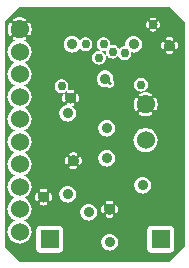
<source format=gbr>
G04 start of page 4 for group 2 idx 2 *
G04 Title: (unknown), signal2 *
G04 Creator: pcb 1.99z *
G04 CreationDate: Mon 31 Mar 2014 04:05:31 PM GMT UTC *
G04 For: ben *
G04 Format: Gerber/RS-274X *
G04 PCB-Dimensions (mil): 6000.00 5000.00 *
G04 PCB-Coordinate-Origin: lower left *
%MOIN*%
%FSLAX25Y25*%
%LNGROUP2*%
%ADD43C,0.0380*%
%ADD42C,0.0350*%
%ADD41C,0.0130*%
%ADD40C,0.0200*%
%ADD39C,0.0300*%
%ADD38C,0.0360*%
%ADD37C,0.0600*%
%ADD36C,0.0100*%
%ADD35C,0.0001*%
G54D35*G36*
X197230Y485270D02*X200000Y482500D01*
Y407500D01*
X197230Y404730D01*
Y473214D01*
X197298Y473228D01*
X197371Y473255D01*
X197440Y473294D01*
X197502Y473343D01*
X197555Y473401D01*
X197598Y473466D01*
X197630Y473538D01*
X197706Y473771D01*
X197760Y474011D01*
X197792Y474255D01*
X197803Y474500D01*
X197792Y474745D01*
X197760Y474989D01*
X197706Y475229D01*
X197632Y475463D01*
X197600Y475535D01*
X197556Y475600D01*
X197503Y475659D01*
X197441Y475708D01*
X197372Y475746D01*
X197298Y475774D01*
X197230Y475788D01*
Y485270D01*
G37*
G36*
X195001Y487499D02*X197230Y485270D01*
Y475788D01*
X197221Y475790D01*
X197142Y475793D01*
X197063Y475784D01*
X196987Y475763D01*
X196915Y475730D01*
X196850Y475686D01*
X196791Y475633D01*
X196742Y475571D01*
X196704Y475502D01*
X196676Y475428D01*
X196660Y475351D01*
X196657Y475272D01*
X196666Y475193D01*
X196689Y475118D01*
X196738Y474968D01*
X196772Y474814D01*
X196793Y474658D01*
X196800Y474500D01*
X196793Y474342D01*
X196772Y474186D01*
X196738Y474032D01*
X196690Y473882D01*
X196668Y473806D01*
X196659Y473728D01*
X196662Y473650D01*
X196678Y473573D01*
X196705Y473499D01*
X196744Y473430D01*
X196793Y473369D01*
X196851Y473315D01*
X196916Y473272D01*
X196988Y473239D01*
X197064Y473218D01*
X197142Y473209D01*
X197220Y473212D01*
X197230Y473214D01*
Y404730D01*
X195001Y402501D01*
Y405513D01*
X195235Y405514D01*
X195465Y405569D01*
X195683Y405659D01*
X195884Y405783D01*
X196064Y405936D01*
X196217Y406116D01*
X196341Y406317D01*
X196431Y406535D01*
X196486Y406765D01*
X196500Y407000D01*
X196486Y413235D01*
X196431Y413465D01*
X196341Y413683D01*
X196217Y413884D01*
X196064Y414064D01*
X195884Y414217D01*
X195683Y414341D01*
X195465Y414431D01*
X195235Y414486D01*
X195001Y414500D01*
Y471697D01*
X195245Y471708D01*
X195489Y471740D01*
X195729Y471794D01*
X195963Y471868D01*
X196035Y471900D01*
X196100Y471944D01*
X196159Y471997D01*
X196208Y472059D01*
X196246Y472128D01*
X196274Y472202D01*
X196290Y472279D01*
X196293Y472358D01*
X196284Y472437D01*
X196263Y472513D01*
X196230Y472585D01*
X196186Y472650D01*
X196133Y472709D01*
X196071Y472758D01*
X196002Y472796D01*
X195928Y472824D01*
X195851Y472840D01*
X195772Y472843D01*
X195693Y472834D01*
X195618Y472811D01*
X195468Y472762D01*
X195314Y472728D01*
X195158Y472707D01*
X195001Y472700D01*
Y476300D01*
X195158Y476293D01*
X195314Y476272D01*
X195468Y476238D01*
X195618Y476190D01*
X195694Y476168D01*
X195772Y476159D01*
X195850Y476162D01*
X195927Y476178D01*
X196001Y476205D01*
X196070Y476244D01*
X196131Y476293D01*
X196185Y476351D01*
X196228Y476416D01*
X196261Y476488D01*
X196282Y476564D01*
X196291Y476642D01*
X196288Y476720D01*
X196272Y476798D01*
X196245Y476871D01*
X196206Y476940D01*
X196157Y477002D01*
X196099Y477055D01*
X196034Y477098D01*
X195962Y477130D01*
X195729Y477206D01*
X195489Y477260D01*
X195245Y477292D01*
X195001Y477303D01*
Y487499D01*
G37*
G36*
Y402501D02*X195000Y402500D01*
X191338D01*
Y405505D01*
X195001Y405513D01*
Y402501D01*
G37*
G36*
X192770Y487500D02*X195000D01*
X195001Y487499D01*
Y477303D01*
X195000Y477303D01*
X194755Y477292D01*
X194511Y477260D01*
X194271Y477206D01*
X194037Y477132D01*
X193965Y477100D01*
X193900Y477056D01*
X193841Y477003D01*
X193792Y476941D01*
X193754Y476872D01*
X193726Y476798D01*
X193710Y476721D01*
X193707Y476642D01*
X193716Y476563D01*
X193737Y476487D01*
X193770Y476415D01*
X193814Y476350D01*
X193867Y476291D01*
X193929Y476242D01*
X193998Y476204D01*
X194072Y476176D01*
X194149Y476160D01*
X194228Y476157D01*
X194307Y476166D01*
X194382Y476189D01*
X194532Y476238D01*
X194686Y476272D01*
X194842Y476293D01*
X195000Y476300D01*
X195001Y476300D01*
Y472700D01*
X195000Y472700D01*
X194842Y472707D01*
X194686Y472728D01*
X194532Y472762D01*
X194382Y472810D01*
X194306Y472832D01*
X194228Y472841D01*
X194150Y472838D01*
X194073Y472822D01*
X193999Y472795D01*
X193930Y472756D01*
X193869Y472707D01*
X193815Y472649D01*
X193772Y472584D01*
X193739Y472512D01*
X193718Y472436D01*
X193709Y472358D01*
X193712Y472280D01*
X193728Y472202D01*
X193755Y472129D01*
X193794Y472060D01*
X193843Y471998D01*
X193901Y471945D01*
X193966Y471902D01*
X194038Y471870D01*
X194271Y471794D01*
X194511Y471740D01*
X194755Y471708D01*
X195000Y471697D01*
X195001Y471697D01*
Y414500D01*
X195000Y414500D01*
X192770Y414495D01*
Y473212D01*
X192779Y473210D01*
X192858Y473207D01*
X192937Y473216D01*
X193013Y473237D01*
X193085Y473270D01*
X193150Y473314D01*
X193209Y473367D01*
X193258Y473429D01*
X193296Y473498D01*
X193324Y473572D01*
X193340Y473649D01*
X193343Y473728D01*
X193334Y473807D01*
X193311Y473882D01*
X193262Y474032D01*
X193228Y474186D01*
X193207Y474342D01*
X193200Y474500D01*
X193207Y474658D01*
X193228Y474814D01*
X193262Y474968D01*
X193310Y475118D01*
X193332Y475194D01*
X193341Y475272D01*
X193338Y475350D01*
X193322Y475427D01*
X193295Y475501D01*
X193256Y475570D01*
X193207Y475631D01*
X193149Y475685D01*
X193084Y475728D01*
X193012Y475761D01*
X192936Y475782D01*
X192858Y475791D01*
X192780Y475788D01*
X192770Y475786D01*
Y487500D01*
G37*
G36*
X191338D02*X192770D01*
Y475786D01*
X192702Y475772D01*
X192629Y475745D01*
X192560Y475706D01*
X192498Y475657D01*
X192445Y475599D01*
X192402Y475534D01*
X192370Y475462D01*
X192294Y475229D01*
X192240Y474989D01*
X192208Y474745D01*
X192197Y474500D01*
X192208Y474255D01*
X192240Y474011D01*
X192294Y473771D01*
X192368Y473537D01*
X192400Y473465D01*
X192444Y473400D01*
X192497Y473341D01*
X192559Y473292D01*
X192628Y473254D01*
X192702Y473226D01*
X192770Y473212D01*
Y414495D01*
X191338Y414492D01*
Y480428D01*
X191380Y480436D01*
X191439Y480457D01*
X191495Y480487D01*
X191544Y480525D01*
X191588Y480571D01*
X191623Y480623D01*
X191649Y480680D01*
X191717Y480879D01*
X191764Y481083D01*
X191793Y481291D01*
X191802Y481500D01*
X191793Y481709D01*
X191764Y481917D01*
X191717Y482121D01*
X191651Y482320D01*
X191625Y482378D01*
X191589Y482430D01*
X191545Y482476D01*
X191495Y482514D01*
X191440Y482545D01*
X191380Y482566D01*
X191338Y482574D01*
Y487500D01*
G37*
G36*
Y402500D02*X190284D01*
Y405503D01*
X191338Y405505D01*
Y402500D01*
G37*
G36*
X190284Y487500D02*X191338D01*
Y482574D01*
X191318Y482578D01*
X191255Y482579D01*
X191192Y482571D01*
X191132Y482553D01*
X191075Y482526D01*
X191022Y482491D01*
X190977Y482447D01*
X190938Y482397D01*
X190908Y482342D01*
X190886Y482282D01*
X190875Y482220D01*
X190873Y482157D01*
X190881Y482094D01*
X190900Y482034D01*
X190944Y481905D01*
X190975Y481772D01*
X190994Y481636D01*
X191000Y481500D01*
X190994Y481364D01*
X190975Y481228D01*
X190944Y481095D01*
X190902Y480965D01*
X190883Y480906D01*
X190875Y480843D01*
X190876Y480780D01*
X190888Y480718D01*
X190909Y480659D01*
X190939Y480604D01*
X190978Y480554D01*
X191023Y480511D01*
X191075Y480475D01*
X191132Y480448D01*
X191193Y480430D01*
X191255Y480422D01*
X191318Y480424D01*
X191338Y480428D01*
Y414492D01*
X190284Y414489D01*
Y440703D01*
X190575Y441178D01*
X190816Y441760D01*
X190963Y442372D01*
X191000Y443000D01*
X190963Y443628D01*
X190816Y444240D01*
X190575Y444822D01*
X190284Y445297D01*
Y452869D01*
X190287Y452870D01*
X190355Y452909D01*
X190416Y452958D01*
X190469Y453017D01*
X190511Y453083D01*
X190674Y453408D01*
X190803Y453748D01*
X190901Y454098D01*
X190967Y454456D01*
X191000Y454818D01*
Y455182D01*
X190967Y455544D01*
X190901Y455902D01*
X190803Y456252D01*
X190674Y456592D01*
X190515Y456919D01*
X190472Y456985D01*
X190419Y457044D01*
X190357Y457094D01*
X190288Y457133D01*
X190284Y457135D01*
Y479337D01*
X190320Y479349D01*
X190378Y479375D01*
X190430Y479411D01*
X190476Y479455D01*
X190514Y479505D01*
X190545Y479560D01*
X190566Y479620D01*
X190578Y479682D01*
X190579Y479745D01*
X190571Y479808D01*
X190553Y479868D01*
X190526Y479925D01*
X190491Y479978D01*
X190447Y480023D01*
X190397Y480062D01*
X190342Y480092D01*
X190284Y480113D01*
Y482889D01*
X190341Y482909D01*
X190396Y482939D01*
X190446Y482978D01*
X190489Y483023D01*
X190525Y483075D01*
X190552Y483132D01*
X190570Y483193D01*
X190578Y483255D01*
X190576Y483318D01*
X190564Y483380D01*
X190543Y483439D01*
X190513Y483495D01*
X190475Y483544D01*
X190429Y483588D01*
X190377Y483623D01*
X190320Y483649D01*
X190284Y483661D01*
Y487500D01*
G37*
G36*
Y402500D02*X185496D01*
Y425241D01*
X185561Y425226D01*
X186000Y425191D01*
X186439Y425226D01*
X186868Y425329D01*
X187275Y425497D01*
X187651Y425728D01*
X187986Y426014D01*
X188272Y426349D01*
X188503Y426725D01*
X188671Y427132D01*
X188774Y427561D01*
X188800Y428000D01*
X188774Y428439D01*
X188671Y428868D01*
X188503Y429275D01*
X188272Y429651D01*
X187986Y429986D01*
X187651Y430272D01*
X187275Y430503D01*
X186868Y430671D01*
X186439Y430774D01*
X186000Y430809D01*
X185561Y430774D01*
X185496Y430759D01*
Y439293D01*
X185760Y439184D01*
X186372Y439037D01*
X187000Y438988D01*
X187628Y439037D01*
X188240Y439184D01*
X188822Y439425D01*
X189358Y439754D01*
X189837Y440163D01*
X190246Y440642D01*
X190284Y440703D01*
Y414489D01*
X188765Y414486D01*
X188535Y414431D01*
X188317Y414341D01*
X188116Y414217D01*
X187936Y414064D01*
X187783Y413884D01*
X187659Y413683D01*
X187569Y413465D01*
X187514Y413235D01*
X187500Y413000D01*
X187514Y406765D01*
X187569Y406535D01*
X187659Y406317D01*
X187783Y406116D01*
X187936Y405936D01*
X188116Y405783D01*
X188317Y405659D01*
X188535Y405569D01*
X188765Y405514D01*
X189000Y405500D01*
X190284Y405503D01*
Y402500D01*
G37*
G36*
X187662Y487500D02*X190284D01*
Y483661D01*
X190121Y483717D01*
X189917Y483764D01*
X189709Y483793D01*
X189500Y483802D01*
X189291Y483793D01*
X189083Y483764D01*
X188879Y483717D01*
X188680Y483651D01*
X188622Y483625D01*
X188570Y483589D01*
X188524Y483545D01*
X188486Y483495D01*
X188455Y483440D01*
X188434Y483380D01*
X188422Y483318D01*
X188421Y483255D01*
X188429Y483192D01*
X188447Y483132D01*
X188474Y483075D01*
X188509Y483022D01*
X188553Y482977D01*
X188603Y482938D01*
X188658Y482908D01*
X188718Y482886D01*
X188780Y482875D01*
X188843Y482873D01*
X188906Y482881D01*
X188966Y482900D01*
X189095Y482944D01*
X189228Y482975D01*
X189364Y482994D01*
X189500Y483000D01*
X189636Y482994D01*
X189772Y482975D01*
X189905Y482944D01*
X190035Y482902D01*
X190094Y482883D01*
X190157Y482875D01*
X190220Y482876D01*
X190282Y482888D01*
X190284Y482889D01*
Y480113D01*
X190282Y480114D01*
X190220Y480125D01*
X190157Y480127D01*
X190094Y480119D01*
X190034Y480100D01*
X189905Y480056D01*
X189772Y480025D01*
X189636Y480006D01*
X189500Y480000D01*
X189364Y480006D01*
X189228Y480025D01*
X189095Y480056D01*
X188965Y480098D01*
X188906Y480117D01*
X188843Y480125D01*
X188780Y480124D01*
X188718Y480112D01*
X188659Y480091D01*
X188604Y480061D01*
X188554Y480022D01*
X188511Y479977D01*
X188475Y479925D01*
X188448Y479868D01*
X188430Y479807D01*
X188422Y479745D01*
X188424Y479682D01*
X188436Y479620D01*
X188457Y479561D01*
X188487Y479505D01*
X188525Y479456D01*
X188571Y479412D01*
X188623Y479377D01*
X188680Y479351D01*
X188879Y479283D01*
X189083Y479236D01*
X189291Y479207D01*
X189500Y479198D01*
X189709Y479207D01*
X189917Y479236D01*
X190121Y479283D01*
X190284Y479337D01*
Y457135D01*
X190214Y457161D01*
X190137Y457177D01*
X190058Y457181D01*
X189979Y457173D01*
X189903Y457152D01*
X189830Y457120D01*
X189764Y457077D01*
X189705Y457024D01*
X189656Y456962D01*
X189616Y456893D01*
X189588Y456819D01*
X189572Y456742D01*
X189568Y456663D01*
X189576Y456584D01*
X189597Y456507D01*
X189630Y456436D01*
X189753Y456193D01*
X189850Y455938D01*
X189923Y455676D01*
X189972Y455408D01*
X189997Y455136D01*
Y454864D01*
X189972Y454592D01*
X189923Y454324D01*
X189850Y454062D01*
X189753Y453807D01*
X189633Y453563D01*
X189600Y453491D01*
X189579Y453416D01*
X189571Y453337D01*
X189575Y453259D01*
X189591Y453182D01*
X189619Y453108D01*
X189658Y453040D01*
X189707Y452979D01*
X189766Y452926D01*
X189832Y452883D01*
X189904Y452851D01*
X189980Y452830D01*
X190058Y452822D01*
X190136Y452826D01*
X190213Y452842D01*
X190284Y452869D01*
Y445297D01*
X190246Y445358D01*
X189837Y445837D01*
X189358Y446246D01*
X188822Y446575D01*
X188240Y446816D01*
X187662Y446955D01*
Y451055D01*
X187902Y451099D01*
X188252Y451197D01*
X188592Y451326D01*
X188919Y451485D01*
X188985Y451528D01*
X189044Y451581D01*
X189094Y451643D01*
X189133Y451712D01*
X189161Y451786D01*
X189177Y451863D01*
X189181Y451942D01*
X189173Y452021D01*
X189152Y452097D01*
X189120Y452170D01*
X189077Y452236D01*
X189024Y452295D01*
X188962Y452344D01*
X188893Y452384D01*
X188819Y452412D01*
X188742Y452428D01*
X188663Y452432D01*
X188584Y452424D01*
X188507Y452403D01*
X188436Y452370D01*
X188193Y452247D01*
X187938Y452150D01*
X187676Y452077D01*
X187662Y452075D01*
Y457925D01*
X187676Y457923D01*
X187938Y457850D01*
X188193Y457753D01*
X188437Y457633D01*
X188509Y457600D01*
X188584Y457579D01*
X188663Y457571D01*
X188741Y457575D01*
X188818Y457591D01*
X188892Y457619D01*
X188960Y457658D01*
X189021Y457707D01*
X189074Y457766D01*
X189117Y457832D01*
X189149Y457904D01*
X189170Y457980D01*
X189178Y458058D01*
X189174Y458136D01*
X189158Y458213D01*
X189130Y458287D01*
X189091Y458355D01*
X189042Y458416D01*
X188983Y458469D01*
X188917Y458511D01*
X188592Y458674D01*
X188252Y458803D01*
X187902Y458901D01*
X187662Y458945D01*
Y460710D01*
X187694Y460787D01*
X187779Y461139D01*
X187800Y461500D01*
X187779Y461861D01*
X187694Y462213D01*
X187662Y462290D01*
Y480426D01*
X187682Y480422D01*
X187745Y480421D01*
X187808Y480429D01*
X187868Y480447D01*
X187925Y480474D01*
X187978Y480509D01*
X188023Y480553D01*
X188062Y480603D01*
X188092Y480658D01*
X188114Y480718D01*
X188125Y480780D01*
X188127Y480843D01*
X188119Y480906D01*
X188100Y480966D01*
X188056Y481095D01*
X188025Y481228D01*
X188006Y481364D01*
X188000Y481500D01*
X188006Y481636D01*
X188025Y481772D01*
X188056Y481905D01*
X188098Y482035D01*
X188117Y482094D01*
X188125Y482157D01*
X188124Y482220D01*
X188112Y482282D01*
X188091Y482341D01*
X188061Y482396D01*
X188022Y482446D01*
X187977Y482489D01*
X187925Y482525D01*
X187868Y482552D01*
X187807Y482570D01*
X187745Y482578D01*
X187682Y482576D01*
X187662Y482572D01*
Y487500D01*
G37*
G36*
Y458945D02*X187544Y458967D01*
X187182Y459000D01*
X186818D01*
X186456Y458967D01*
X186098Y458901D01*
X185748Y458803D01*
X185496Y458708D01*
Y459193D01*
X185500Y459193D01*
X185861Y459221D01*
X186213Y459306D01*
X186547Y459444D01*
X186856Y459634D01*
X187131Y459869D01*
X187366Y460144D01*
X187556Y460453D01*
X187662Y460710D01*
Y458945D01*
G37*
G36*
Y452075D02*X187408Y452028D01*
X187136Y452003D01*
X186864D01*
X186592Y452028D01*
X186324Y452077D01*
X186062Y452150D01*
X185807Y452247D01*
X185563Y452367D01*
X185496Y452398D01*
Y457599D01*
X185564Y457630D01*
X185807Y457753D01*
X186062Y457850D01*
X186324Y457923D01*
X186592Y457972D01*
X186864Y457997D01*
X187136D01*
X187408Y457972D01*
X187662Y457925D01*
Y452075D01*
G37*
G36*
Y446955D02*X187628Y446963D01*
X187000Y447012D01*
X186372Y446963D01*
X185760Y446816D01*
X185496Y446707D01*
Y451292D01*
X185748Y451197D01*
X186098Y451099D01*
X186456Y451033D01*
X186818Y451000D01*
X187182D01*
X187544Y451033D01*
X187662Y451055D01*
Y446955D01*
G37*
G36*
X185496Y487500D02*X187662D01*
Y482572D01*
X187620Y482564D01*
X187561Y482543D01*
X187505Y482513D01*
X187456Y482475D01*
X187412Y482429D01*
X187377Y482377D01*
X187351Y482320D01*
X187283Y482121D01*
X187236Y481917D01*
X187207Y481709D01*
X187198Y481500D01*
X187207Y481291D01*
X187236Y481083D01*
X187283Y480879D01*
X187349Y480680D01*
X187375Y480622D01*
X187411Y480570D01*
X187455Y480524D01*
X187505Y480486D01*
X187560Y480455D01*
X187620Y480434D01*
X187662Y480426D01*
Y462290D01*
X187556Y462547D01*
X187366Y462856D01*
X187131Y463131D01*
X186856Y463366D01*
X186547Y463556D01*
X186213Y463694D01*
X185861Y463779D01*
X185500Y463807D01*
X185496Y463807D01*
Y473715D01*
X185503Y473725D01*
X185671Y474132D01*
X185774Y474561D01*
X185800Y475000D01*
X185774Y475439D01*
X185671Y475868D01*
X185503Y476275D01*
X185496Y476285D01*
Y487500D01*
G37*
G36*
X183716Y440703D02*X183754Y440642D01*
X184163Y440163D01*
X184642Y439754D01*
X185178Y439425D01*
X185496Y439293D01*
Y430759D01*
X185132Y430671D01*
X184725Y430503D01*
X184349Y430272D01*
X184014Y429986D01*
X183728Y429651D01*
X183716Y429632D01*
Y440703D01*
G37*
G36*
Y460047D02*X183869Y459869D01*
X184144Y459634D01*
X184453Y459444D01*
X184787Y459306D01*
X185139Y459221D01*
X185496Y459193D01*
Y458708D01*
X185408Y458674D01*
X185081Y458515D01*
X185015Y458472D01*
X184956Y458419D01*
X184906Y458357D01*
X184867Y458288D01*
X184839Y458214D01*
X184823Y458137D01*
X184819Y458058D01*
X184827Y457979D01*
X184848Y457903D01*
X184880Y457830D01*
X184923Y457764D01*
X184976Y457705D01*
X185038Y457656D01*
X185107Y457616D01*
X185181Y457588D01*
X185258Y457572D01*
X185337Y457568D01*
X185416Y457576D01*
X185493Y457597D01*
X185496Y457599D01*
Y452398D01*
X185491Y452400D01*
X185415Y452421D01*
X185337Y452429D01*
X185259Y452425D01*
X185182Y452409D01*
X185108Y452381D01*
X185040Y452342D01*
X184979Y452293D01*
X184926Y452234D01*
X184883Y452168D01*
X184851Y452096D01*
X184830Y452020D01*
X184822Y451942D01*
X184826Y451864D01*
X184842Y451787D01*
X184870Y451713D01*
X184909Y451645D01*
X184958Y451584D01*
X185017Y451531D01*
X185083Y451489D01*
X185408Y451326D01*
X185496Y451292D01*
Y446707D01*
X185178Y446575D01*
X184642Y446246D01*
X184163Y445837D01*
X183754Y445358D01*
X183716Y445297D01*
Y452865D01*
X183786Y452839D01*
X183863Y452823D01*
X183942Y452819D01*
X184021Y452827D01*
X184097Y452848D01*
X184170Y452880D01*
X184236Y452923D01*
X184295Y452976D01*
X184344Y453038D01*
X184384Y453107D01*
X184412Y453181D01*
X184428Y453258D01*
X184432Y453337D01*
X184424Y453416D01*
X184403Y453493D01*
X184370Y453564D01*
X184247Y453807D01*
X184150Y454062D01*
X184077Y454324D01*
X184028Y454592D01*
X184003Y454864D01*
Y455136D01*
X184028Y455408D01*
X184077Y455676D01*
X184150Y455938D01*
X184247Y456193D01*
X184367Y456437D01*
X184400Y456509D01*
X184421Y456585D01*
X184429Y456663D01*
X184425Y456741D01*
X184409Y456818D01*
X184381Y456892D01*
X184342Y456960D01*
X184293Y457021D01*
X184234Y457074D01*
X184168Y457117D01*
X184096Y457149D01*
X184020Y457170D01*
X183942Y457178D01*
X183864Y457174D01*
X183787Y457158D01*
X183716Y457131D01*
Y460047D01*
G37*
G36*
Y472292D02*X183868Y472329D01*
X184275Y472497D01*
X184651Y472728D01*
X184986Y473014D01*
X185272Y473349D01*
X185496Y473715D01*
Y463807D01*
X185139Y463779D01*
X184787Y463694D01*
X184453Y463556D01*
X184144Y463366D01*
X183869Y463131D01*
X183716Y462953D01*
Y472292D01*
G37*
G36*
X185496Y402500D02*X183716D01*
Y426368D01*
X183728Y426349D01*
X184014Y426014D01*
X184349Y425728D01*
X184725Y425497D01*
X185132Y425329D01*
X185496Y425241D01*
Y402500D01*
G37*
G36*
X183716D02*X177230D01*
Y407300D01*
X177272Y407349D01*
X177503Y407725D01*
X177671Y408132D01*
X177774Y408561D01*
X177800Y409000D01*
X177774Y409439D01*
X177671Y409868D01*
X177503Y410275D01*
X177272Y410651D01*
X177230Y410700D01*
Y418667D01*
X177298Y418680D01*
X177371Y418708D01*
X177440Y418747D01*
X177502Y418795D01*
X177555Y418853D01*
X177598Y418919D01*
X177630Y418991D01*
X177706Y419224D01*
X177760Y419464D01*
X177792Y419707D01*
X177803Y419953D01*
X177792Y420198D01*
X177760Y420442D01*
X177706Y420681D01*
X177632Y420915D01*
X177600Y420987D01*
X177556Y421053D01*
X177503Y421111D01*
X177441Y421160D01*
X177372Y421199D01*
X177298Y421227D01*
X177230Y421240D01*
Y470556D01*
X177356Y470634D01*
X177631Y470869D01*
X177866Y471143D01*
X177944Y470953D01*
X178134Y470644D01*
X178369Y470369D01*
X178644Y470134D01*
X178953Y469944D01*
X179287Y469806D01*
X179639Y469721D01*
X180000Y469693D01*
X180361Y469721D01*
X180713Y469806D01*
X181047Y469944D01*
X181356Y470134D01*
X181631Y470369D01*
X181866Y470644D01*
X182056Y470953D01*
X182194Y471287D01*
X182279Y471639D01*
X182300Y472000D01*
X182283Y472293D01*
X182561Y472226D01*
X183000Y472191D01*
X183439Y472226D01*
X183716Y472292D01*
Y462953D01*
X183634Y462856D01*
X183444Y462547D01*
X183306Y462213D01*
X183221Y461861D01*
X183193Y461500D01*
X183221Y461139D01*
X183306Y460787D01*
X183444Y460453D01*
X183634Y460144D01*
X183716Y460047D01*
Y457131D01*
X183713Y457130D01*
X183645Y457091D01*
X183584Y457042D01*
X183531Y456983D01*
X183489Y456917D01*
X183326Y456592D01*
X183197Y456252D01*
X183099Y455902D01*
X183033Y455544D01*
X183000Y455182D01*
Y454818D01*
X183033Y454456D01*
X183099Y454098D01*
X183197Y453748D01*
X183326Y453408D01*
X183485Y453081D01*
X183528Y453015D01*
X183581Y452956D01*
X183643Y452906D01*
X183712Y452867D01*
X183716Y452865D01*
Y445297D01*
X183425Y444822D01*
X183184Y444240D01*
X183037Y443628D01*
X182988Y443000D01*
X183037Y442372D01*
X183184Y441760D01*
X183425Y441178D01*
X183716Y440703D01*
Y429632D01*
X183497Y429275D01*
X183329Y428868D01*
X183226Y428439D01*
X183191Y428000D01*
X183226Y427561D01*
X183329Y427132D01*
X183497Y426725D01*
X183716Y426368D01*
Y402500D01*
G37*
G36*
X177230Y410700D02*X176986Y410986D01*
X176651Y411272D01*
X176275Y411503D01*
X175868Y411671D01*
X175439Y411774D01*
X175001Y411809D01*
Y417150D01*
X175245Y417161D01*
X175489Y417193D01*
X175729Y417246D01*
X175963Y417321D01*
X176035Y417353D01*
X176100Y417397D01*
X176159Y417450D01*
X176208Y417512D01*
X176246Y417581D01*
X176274Y417655D01*
X176290Y417732D01*
X176293Y417811D01*
X176284Y417889D01*
X176263Y417966D01*
X176230Y418037D01*
X176186Y418103D01*
X176133Y418161D01*
X176071Y418210D01*
X176002Y418249D01*
X175928Y418277D01*
X175851Y418292D01*
X175772Y418296D01*
X175693Y418287D01*
X175618Y418264D01*
X175468Y418215D01*
X175314Y418180D01*
X175158Y418160D01*
X175001Y418153D01*
Y421753D01*
X175158Y421746D01*
X175314Y421725D01*
X175468Y421691D01*
X175618Y421643D01*
X175694Y421621D01*
X175772Y421612D01*
X175850Y421615D01*
X175927Y421631D01*
X176001Y421658D01*
X176070Y421697D01*
X176131Y421746D01*
X176185Y421803D01*
X176228Y421869D01*
X176261Y421941D01*
X176282Y422016D01*
X176291Y422095D01*
X176288Y422173D01*
X176272Y422250D01*
X176245Y422324D01*
X176206Y422393D01*
X176157Y422454D01*
X176099Y422508D01*
X176034Y422551D01*
X175962Y422582D01*
X175729Y422659D01*
X175489Y422712D01*
X175245Y422745D01*
X175001Y422755D01*
Y434384D01*
X175275Y434497D01*
X175651Y434728D01*
X175986Y435014D01*
X176272Y435349D01*
X176503Y435725D01*
X176671Y436132D01*
X176774Y436561D01*
X176800Y437000D01*
X176774Y437439D01*
X176671Y437868D01*
X176503Y438275D01*
X176272Y438651D01*
X175986Y438986D01*
X175651Y439272D01*
X175275Y439503D01*
X175001Y439616D01*
Y444384D01*
X175275Y444497D01*
X175651Y444728D01*
X175986Y445014D01*
X176272Y445349D01*
X176503Y445725D01*
X176671Y446132D01*
X176774Y446561D01*
X176800Y447000D01*
X176774Y447439D01*
X176671Y447868D01*
X176503Y448275D01*
X176272Y448651D01*
X175986Y448986D01*
X175651Y449272D01*
X175275Y449503D01*
X175001Y449616D01*
Y460495D01*
X175235Y460514D01*
X175465Y460569D01*
X175683Y460659D01*
X175884Y460783D01*
X176064Y460936D01*
X176217Y461116D01*
X176341Y461317D01*
X176431Y461535D01*
X176486Y461765D01*
X176505Y462000D01*
X176486Y462235D01*
X176431Y462465D01*
X176341Y462683D01*
X176228Y462867D01*
X176274Y463061D01*
X176300Y463500D01*
X176274Y463939D01*
X176171Y464368D01*
X176003Y464775D01*
X175772Y465151D01*
X175486Y465486D01*
X175151Y465772D01*
X175001Y465864D01*
Y470424D01*
X175287Y470306D01*
X175639Y470221D01*
X176000Y470193D01*
X176361Y470221D01*
X176713Y470306D01*
X177047Y470444D01*
X177230Y470556D01*
Y421240D01*
X177221Y421242D01*
X177142Y421246D01*
X177063Y421237D01*
X176987Y421215D01*
X176915Y421183D01*
X176850Y421139D01*
X176791Y421085D01*
X176742Y421024D01*
X176704Y420955D01*
X176676Y420881D01*
X176660Y420803D01*
X176657Y420724D01*
X176666Y420646D01*
X176689Y420570D01*
X176738Y420421D01*
X176772Y420267D01*
X176793Y420110D01*
X176800Y419953D01*
X176793Y419795D01*
X176772Y419639D01*
X176738Y419485D01*
X176690Y419334D01*
X176668Y419259D01*
X176659Y419181D01*
X176662Y419102D01*
X176678Y419025D01*
X176705Y418952D01*
X176744Y418883D01*
X176793Y418821D01*
X176851Y418768D01*
X176916Y418724D01*
X176988Y418692D01*
X177064Y418671D01*
X177142Y418662D01*
X177220Y418665D01*
X177230Y418667D01*
Y410700D01*
G37*
G36*
Y402500D02*X175001D01*
Y406191D01*
X175439Y406226D01*
X175868Y406329D01*
X176275Y406497D01*
X176651Y406728D01*
X176986Y407014D01*
X177230Y407300D01*
Y402500D01*
G37*
G36*
X175001Y465864D02*X174775Y466003D01*
X174368Y466171D01*
X173939Y466274D01*
X173598Y466301D01*
Y469555D01*
X173694Y469787D01*
X173779Y470139D01*
X173800Y470500D01*
X173779Y470861D01*
X173694Y471213D01*
X173598Y471445D01*
Y472778D01*
X173713Y472806D01*
X173717Y472808D01*
X173693Y472500D01*
X173721Y472139D01*
X173806Y471787D01*
X173944Y471453D01*
X174134Y471144D01*
X174369Y470869D01*
X174644Y470634D01*
X174953Y470444D01*
X175001Y470424D01*
Y465864D01*
G37*
G36*
Y449616D02*X174868Y449671D01*
X174439Y449774D01*
X174000Y449809D01*
X173598Y449777D01*
Y460699D01*
X173939Y460726D01*
X174133Y460772D01*
X174317Y460659D01*
X174535Y460569D01*
X174765Y460514D01*
X175000Y460495D01*
X175001Y460495D01*
Y449616D01*
G37*
G36*
Y439616D02*X174868Y439671D01*
X174439Y439774D01*
X174000Y439809D01*
X173598Y439777D01*
Y444223D01*
X174000Y444191D01*
X174439Y444226D01*
X174868Y444329D01*
X175001Y444384D01*
Y439616D01*
G37*
G36*
Y411809D02*X175000Y411809D01*
X174561Y411774D01*
X174132Y411671D01*
X173725Y411503D01*
X173598Y411425D01*
Y434223D01*
X174000Y434191D01*
X174439Y434226D01*
X174868Y434329D01*
X175001Y434384D01*
Y422755D01*
X175000Y422755D01*
X174755Y422745D01*
X174511Y422712D01*
X174271Y422659D01*
X174037Y422585D01*
X173965Y422553D01*
X173900Y422509D01*
X173841Y422455D01*
X173792Y422394D01*
X173754Y422325D01*
X173726Y422251D01*
X173710Y422173D01*
X173707Y422094D01*
X173716Y422016D01*
X173737Y421940D01*
X173770Y421868D01*
X173814Y421802D01*
X173867Y421744D01*
X173929Y421695D01*
X173998Y421656D01*
X174072Y421629D01*
X174149Y421613D01*
X174228Y421610D01*
X174307Y421619D01*
X174382Y421642D01*
X174532Y421691D01*
X174686Y421725D01*
X174842Y421746D01*
X175000Y421753D01*
X175001Y421753D01*
Y418153D01*
X175000Y418153D01*
X174842Y418160D01*
X174686Y418180D01*
X174532Y418215D01*
X174382Y418262D01*
X174306Y418285D01*
X174228Y418294D01*
X174150Y418291D01*
X174073Y418275D01*
X173999Y418248D01*
X173930Y418209D01*
X173869Y418160D01*
X173815Y418102D01*
X173772Y418037D01*
X173739Y417965D01*
X173718Y417889D01*
X173709Y417811D01*
X173712Y417732D01*
X173728Y417655D01*
X173755Y417581D01*
X173794Y417513D01*
X173843Y417451D01*
X173901Y417398D01*
X173966Y417354D01*
X174038Y417323D01*
X174271Y417246D01*
X174511Y417193D01*
X174755Y417161D01*
X175000Y417150D01*
X175001Y417150D01*
Y411809D01*
G37*
G36*
Y402500D02*X173598D01*
Y406575D01*
X173725Y406497D01*
X174132Y406329D01*
X174561Y406226D01*
X175000Y406191D01*
X175001Y406191D01*
Y402500D01*
G37*
G36*
X173598Y487500D02*X185496D01*
Y476285D01*
X185272Y476651D01*
X184986Y476986D01*
X184651Y477272D01*
X184275Y477503D01*
X183868Y477671D01*
X183439Y477774D01*
X183000Y477809D01*
X182561Y477774D01*
X182132Y477671D01*
X181725Y477503D01*
X181349Y477272D01*
X181014Y476986D01*
X180728Y476651D01*
X180497Y476275D01*
X180329Y475868D01*
X180226Y475439D01*
X180191Y475000D01*
X180226Y474561D01*
X180292Y474284D01*
X180000Y474307D01*
X179639Y474279D01*
X179287Y474194D01*
X178953Y474056D01*
X178644Y473866D01*
X178369Y473631D01*
X178134Y473357D01*
X178056Y473547D01*
X177866Y473856D01*
X177631Y474131D01*
X177356Y474366D01*
X177047Y474556D01*
X176713Y474694D01*
X176361Y474779D01*
X176000Y474807D01*
X175639Y474779D01*
X175287Y474694D01*
X175282Y474692D01*
X175300Y475000D01*
X175279Y475361D01*
X175194Y475713D01*
X175056Y476047D01*
X174866Y476356D01*
X174631Y476631D01*
X174356Y476866D01*
X174047Y477056D01*
X173713Y477194D01*
X173598Y477222D01*
Y487500D01*
G37*
G36*
X172770Y407300D02*X173014Y407014D01*
X173349Y406728D01*
X173598Y406575D01*
Y402500D01*
X172770D01*
Y407300D01*
G37*
G36*
Y434479D02*X173132Y434329D01*
X173561Y434226D01*
X173598Y434223D01*
Y411425D01*
X173349Y411272D01*
X173014Y410986D01*
X172770Y410700D01*
Y418665D01*
X172779Y418663D01*
X172858Y418660D01*
X172937Y418669D01*
X173013Y418690D01*
X173085Y418723D01*
X173150Y418767D01*
X173209Y418820D01*
X173258Y418882D01*
X173296Y418951D01*
X173324Y419025D01*
X173340Y419102D01*
X173343Y419181D01*
X173334Y419260D01*
X173311Y419335D01*
X173262Y419485D01*
X173228Y419639D01*
X173207Y419795D01*
X173200Y419953D01*
X173207Y420110D01*
X173228Y420267D01*
X173262Y420421D01*
X173310Y420571D01*
X173332Y420646D01*
X173341Y420724D01*
X173338Y420803D01*
X173322Y420880D01*
X173295Y420954D01*
X173256Y421023D01*
X173207Y421084D01*
X173149Y421137D01*
X173084Y421181D01*
X173012Y421214D01*
X172936Y421235D01*
X172858Y421244D01*
X172780Y421241D01*
X172770Y421239D01*
Y434479D01*
G37*
G36*
Y444479D02*X173132Y444329D01*
X173561Y444226D01*
X173598Y444223D01*
Y439777D01*
X173561Y439774D01*
X173132Y439671D01*
X172770Y439521D01*
Y444479D01*
G37*
G36*
Y460796D02*X173061Y460726D01*
X173500Y460691D01*
X173598Y460699D01*
Y449777D01*
X173561Y449774D01*
X173132Y449671D01*
X172770Y449521D01*
Y460796D01*
G37*
G36*
Y468581D02*X172856Y468634D01*
X173131Y468869D01*
X173366Y469144D01*
X173556Y469453D01*
X173598Y469555D01*
Y466301D01*
X173500Y466309D01*
X173061Y466274D01*
X172770Y466204D01*
Y468581D01*
G37*
G36*
Y472711D02*X173000Y472693D01*
X173361Y472721D01*
X173598Y472778D01*
Y471445D01*
X173556Y471547D01*
X173366Y471856D01*
X173131Y472131D01*
X172856Y472366D01*
X172770Y472419D01*
Y472711D01*
G37*
G36*
Y487500D02*X173598D01*
Y477222D01*
X173361Y477279D01*
X173000Y477307D01*
X172770Y477289D01*
Y487500D01*
G37*
G36*
X167996D02*X172770D01*
Y477289D01*
X172639Y477279D01*
X172287Y477194D01*
X171953Y477056D01*
X171644Y476866D01*
X171369Y476631D01*
X171134Y476356D01*
X170944Y476047D01*
X170806Y475713D01*
X170721Y475361D01*
X170693Y475000D01*
X170721Y474639D01*
X170806Y474287D01*
X170944Y473953D01*
X171134Y473644D01*
X171369Y473369D01*
X171644Y473134D01*
X171953Y472944D01*
X172287Y472806D01*
X172639Y472721D01*
X172770Y472711D01*
Y472419D01*
X172547Y472556D01*
X172213Y472694D01*
X171861Y472779D01*
X171500Y472807D01*
X171139Y472779D01*
X170787Y472694D01*
X170453Y472556D01*
X170144Y472366D01*
X169869Y472131D01*
X169634Y471856D01*
X169444Y471547D01*
X169306Y471213D01*
X169221Y470861D01*
X169193Y470500D01*
X169221Y470139D01*
X169306Y469787D01*
X169444Y469453D01*
X169634Y469144D01*
X169869Y468869D01*
X170144Y468634D01*
X170453Y468444D01*
X170787Y468306D01*
X171139Y468221D01*
X171500Y468193D01*
X171861Y468221D01*
X172213Y468306D01*
X172547Y468444D01*
X172770Y468581D01*
Y466204D01*
X172632Y466171D01*
X172225Y466003D01*
X171849Y465772D01*
X171514Y465486D01*
X171228Y465151D01*
X170997Y464775D01*
X170829Y464368D01*
X170726Y463939D01*
X170691Y463500D01*
X170726Y463061D01*
X170829Y462632D01*
X170997Y462225D01*
X171228Y461849D01*
X171514Y461514D01*
X171849Y461228D01*
X172225Y460997D01*
X172632Y460829D01*
X172770Y460796D01*
Y449521D01*
X172725Y449503D01*
X172349Y449272D01*
X172014Y448986D01*
X171728Y448651D01*
X171497Y448275D01*
X171329Y447868D01*
X171226Y447439D01*
X171191Y447000D01*
X171226Y446561D01*
X171329Y446132D01*
X171497Y445725D01*
X171728Y445349D01*
X172014Y445014D01*
X172349Y444728D01*
X172725Y444497D01*
X172770Y444479D01*
Y439521D01*
X172725Y439503D01*
X172349Y439272D01*
X172014Y438986D01*
X171728Y438651D01*
X171497Y438275D01*
X171329Y437868D01*
X171226Y437439D01*
X171191Y437000D01*
X171226Y436561D01*
X171329Y436132D01*
X171497Y435725D01*
X171728Y435349D01*
X172014Y435014D01*
X172349Y434728D01*
X172725Y434497D01*
X172770Y434479D01*
Y421239D01*
X172702Y421225D01*
X172629Y421198D01*
X172560Y421159D01*
X172498Y421110D01*
X172445Y421052D01*
X172402Y420987D01*
X172370Y420914D01*
X172294Y420681D01*
X172240Y420442D01*
X172208Y420198D01*
X172197Y419953D01*
X172208Y419707D01*
X172240Y419464D01*
X172294Y419224D01*
X172368Y418990D01*
X172400Y418918D01*
X172444Y418852D01*
X172497Y418794D01*
X172559Y418745D01*
X172628Y418706D01*
X172702Y418679D01*
X172770Y418665D01*
Y410700D01*
X172728Y410651D01*
X172497Y410275D01*
X172329Y409868D01*
X172226Y409439D01*
X172191Y409000D01*
X172226Y408561D01*
X172329Y408132D01*
X172497Y407725D01*
X172728Y407349D01*
X172770Y407300D01*
Y402500D01*
X167996D01*
Y416192D01*
X168000Y416191D01*
X168439Y416226D01*
X168868Y416329D01*
X169275Y416497D01*
X169651Y416728D01*
X169986Y417014D01*
X170272Y417349D01*
X170503Y417725D01*
X170671Y418132D01*
X170774Y418561D01*
X170800Y419000D01*
X170774Y419439D01*
X170671Y419868D01*
X170503Y420275D01*
X170272Y420651D01*
X169986Y420986D01*
X169651Y421272D01*
X169275Y421503D01*
X168868Y421671D01*
X168439Y421774D01*
X168000Y421809D01*
X167996Y421808D01*
Y472923D01*
X168047Y472944D01*
X168356Y473134D01*
X168631Y473369D01*
X168866Y473644D01*
X169056Y473953D01*
X169194Y474287D01*
X169279Y474639D01*
X169300Y475000D01*
X169279Y475361D01*
X169194Y475713D01*
X169056Y476047D01*
X168866Y476356D01*
X168631Y476631D01*
X168356Y476866D01*
X168047Y477056D01*
X167996Y477077D01*
Y487500D01*
G37*
G36*
Y402500D02*X165167D01*
Y434859D01*
X165235Y434872D01*
X165308Y434900D01*
X165377Y434938D01*
X165439Y434987D01*
X165492Y435045D01*
X165535Y435111D01*
X165567Y435183D01*
X165643Y435416D01*
X165697Y435656D01*
X165729Y435899D01*
X165740Y436144D01*
X165729Y436390D01*
X165697Y436633D01*
X165643Y436873D01*
X165569Y437107D01*
X165537Y437179D01*
X165493Y437245D01*
X165440Y437303D01*
X165378Y437352D01*
X165309Y437391D01*
X165235Y437418D01*
X165167Y437432D01*
Y473605D01*
X165369Y473369D01*
X165644Y473134D01*
X165953Y472944D01*
X166287Y472806D01*
X166639Y472721D01*
X167000Y472693D01*
X167361Y472721D01*
X167713Y472806D01*
X167996Y472923D01*
Y421808D01*
X167561Y421774D01*
X167132Y421671D01*
X166725Y421503D01*
X166349Y421272D01*
X166014Y420986D01*
X165728Y420651D01*
X165497Y420275D01*
X165329Y419868D01*
X165226Y419439D01*
X165191Y419000D01*
X165226Y418561D01*
X165329Y418132D01*
X165497Y417725D01*
X165728Y417349D01*
X166014Y417014D01*
X166349Y416728D01*
X166725Y416497D01*
X167132Y416329D01*
X167561Y416226D01*
X167996Y416192D01*
Y402500D01*
G37*
G36*
X165167Y487500D02*X167996D01*
Y477077D01*
X167713Y477194D01*
X167361Y477279D01*
X167000Y477307D01*
X166639Y477279D01*
X166287Y477194D01*
X165953Y477056D01*
X165644Y476866D01*
X165369Y476631D01*
X165167Y476395D01*
Y487500D01*
G37*
G36*
Y402500D02*X164230D01*
Y434002D01*
X164230Y434003D01*
X164230Y434003D01*
Y455714D01*
X164298Y455728D01*
X164371Y455755D01*
X164440Y455794D01*
X164502Y455843D01*
X164555Y455901D01*
X164598Y455966D01*
X164630Y456038D01*
X164706Y456271D01*
X164760Y456511D01*
X164792Y456755D01*
X164803Y457000D01*
X164792Y457245D01*
X164760Y457489D01*
X164706Y457729D01*
X164632Y457963D01*
X164600Y458035D01*
X164556Y458100D01*
X164503Y458159D01*
X164441Y458208D01*
X164372Y458246D01*
X164298Y458274D01*
X164230Y458288D01*
Y472795D01*
X164486Y473014D01*
X164772Y473349D01*
X165003Y473725D01*
X165035Y473804D01*
X165134Y473644D01*
X165167Y473605D01*
Y437432D01*
X165158Y437434D01*
X165079Y437437D01*
X165000Y437428D01*
X164924Y437407D01*
X164852Y437374D01*
X164787Y437331D01*
X164728Y437277D01*
X164679Y437215D01*
X164641Y437146D01*
X164613Y437072D01*
X164597Y436995D01*
X164594Y436916D01*
X164603Y436838D01*
X164626Y436762D01*
X164675Y436612D01*
X164709Y436458D01*
X164730Y436302D01*
X164737Y436144D01*
X164730Y435987D01*
X164709Y435831D01*
X164675Y435677D01*
X164627Y435526D01*
X164605Y435451D01*
X164596Y435373D01*
X164599Y435294D01*
X164615Y435217D01*
X164642Y435143D01*
X164681Y435075D01*
X164730Y435013D01*
X164788Y434960D01*
X164853Y434916D01*
X164925Y434883D01*
X165001Y434862D01*
X165079Y434853D01*
X165157Y434857D01*
X165167Y434859D01*
Y402500D01*
G37*
G36*
X164230Y434003D02*X164221Y434081D01*
X164200Y434157D01*
X164167Y434229D01*
X164123Y434295D01*
X164070Y434353D01*
X164008Y434402D01*
X163939Y434441D01*
X163865Y434468D01*
X163788Y434484D01*
X163709Y434487D01*
X163630Y434478D01*
X163555Y434456D01*
X163405Y434406D01*
X163251Y434372D01*
X163095Y434351D01*
X162938Y434345D01*
Y437944D01*
X163095Y437938D01*
X163251Y437917D01*
X163405Y437883D01*
X163555Y437835D01*
X163631Y437812D01*
X163709Y437803D01*
X163787Y437807D01*
X163864Y437822D01*
X163938Y437850D01*
X164007Y437888D01*
X164068Y437937D01*
X164122Y437995D01*
X164165Y438061D01*
X164198Y438132D01*
X164219Y438208D01*
X164228Y438286D01*
X164225Y438365D01*
X164209Y438442D01*
X164182Y438516D01*
X164143Y438584D01*
X164094Y438646D01*
X164036Y438699D01*
X163971Y438743D01*
X163899Y438774D01*
X163666Y438851D01*
X163426Y438904D01*
X163182Y438936D01*
X162938Y438947D01*
Y449973D01*
X162986Y450014D01*
X163272Y450349D01*
X163503Y450725D01*
X163671Y451132D01*
X163774Y451561D01*
X163800Y452000D01*
X163774Y452439D01*
X163671Y452868D01*
X163503Y453275D01*
X163272Y453651D01*
X162986Y453986D01*
X162938Y454027D01*
Y454360D01*
X162963Y454368D01*
X163035Y454400D01*
X163100Y454444D01*
X163159Y454497D01*
X163208Y454559D01*
X163246Y454628D01*
X163274Y454702D01*
X163290Y454779D01*
X163293Y454858D01*
X163284Y454937D01*
X163263Y455013D01*
X163230Y455085D01*
X163186Y455150D01*
X163133Y455209D01*
X163071Y455258D01*
X163002Y455296D01*
X162938Y455320D01*
Y458682D01*
X163001Y458705D01*
X163070Y458744D01*
X163131Y458793D01*
X163185Y458851D01*
X163228Y458916D01*
X163261Y458988D01*
X163282Y459064D01*
X163291Y459142D01*
X163288Y459220D01*
X163272Y459298D01*
X163245Y459371D01*
X163206Y459440D01*
X163157Y459502D01*
X163099Y459555D01*
X163034Y459598D01*
X162962Y459630D01*
X162938Y459638D01*
Y472226D01*
X162939Y472226D01*
X163368Y472329D01*
X163775Y472497D01*
X164151Y472728D01*
X164230Y472795D01*
Y458288D01*
X164221Y458290D01*
X164142Y458293D01*
X164063Y458284D01*
X163987Y458263D01*
X163915Y458230D01*
X163850Y458186D01*
X163791Y458133D01*
X163742Y458071D01*
X163704Y458002D01*
X163676Y457928D01*
X163660Y457851D01*
X163657Y457772D01*
X163666Y457693D01*
X163689Y457618D01*
X163738Y457468D01*
X163772Y457314D01*
X163793Y457158D01*
X163800Y457000D01*
X163793Y456842D01*
X163772Y456686D01*
X163738Y456532D01*
X163690Y456382D01*
X163668Y456306D01*
X163659Y456228D01*
X163662Y456150D01*
X163678Y456073D01*
X163705Y455999D01*
X163744Y455930D01*
X163793Y455869D01*
X163851Y455815D01*
X163916Y455772D01*
X163988Y455739D01*
X164064Y455718D01*
X164142Y455709D01*
X164220Y455712D01*
X164230Y455714D01*
Y434003D01*
G37*
G36*
Y402500D02*X162938D01*
Y422973D01*
X162986Y423014D01*
X163272Y423349D01*
X163503Y423725D01*
X163671Y424132D01*
X163774Y424561D01*
X163800Y425000D01*
X163774Y425439D01*
X163671Y425868D01*
X163503Y426275D01*
X163272Y426651D01*
X162986Y426986D01*
X162938Y427027D01*
Y433342D01*
X163182Y433353D01*
X163426Y433385D01*
X163666Y433438D01*
X163900Y433512D01*
X163972Y433545D01*
X164037Y433588D01*
X164096Y433642D01*
X164145Y433704D01*
X164183Y433772D01*
X164211Y433846D01*
X164227Y433924D01*
X164230Y434002D01*
Y402500D01*
G37*
G36*
X162938Y487500D02*X165167D01*
Y476395D01*
X165134Y476356D01*
X165035Y476196D01*
X165003Y476275D01*
X164772Y476651D01*
X164486Y476986D01*
X164151Y477272D01*
X163775Y477503D01*
X163368Y477671D01*
X162939Y477774D01*
X162938Y477774D01*
Y487500D01*
G37*
G36*
Y459638D02*X162729Y459706D01*
X162489Y459760D01*
X162245Y459792D01*
X162000Y459803D01*
X161755Y459792D01*
X161511Y459760D01*
X161271Y459706D01*
X161037Y459632D01*
X160996Y459613D01*
Y459855D01*
X161056Y459953D01*
X161194Y460287D01*
X161279Y460639D01*
X161300Y461000D01*
X161279Y461361D01*
X161194Y461713D01*
X161056Y462047D01*
X160996Y462145D01*
Y472638D01*
X161225Y472497D01*
X161632Y472329D01*
X162061Y472226D01*
X162500Y472191D01*
X162938Y472226D01*
Y459638D01*
G37*
G36*
Y455320D02*X162928Y455324D01*
X162851Y455340D01*
X162772Y455343D01*
X162693Y455334D01*
X162618Y455311D01*
X162468Y455262D01*
X162314Y455228D01*
X162158Y455207D01*
X162000Y455200D01*
X161842Y455207D01*
X161686Y455228D01*
X161532Y455262D01*
X161382Y455310D01*
X161306Y455332D01*
X161228Y455341D01*
X161150Y455338D01*
X161073Y455322D01*
X160999Y455295D01*
X160996Y455293D01*
Y458705D01*
X160998Y458704D01*
X161072Y458676D01*
X161149Y458660D01*
X161228Y458657D01*
X161307Y458666D01*
X161382Y458689D01*
X161532Y458738D01*
X161686Y458772D01*
X161842Y458793D01*
X162000Y458800D01*
X162158Y458793D01*
X162314Y458772D01*
X162468Y458738D01*
X162618Y458690D01*
X162694Y458668D01*
X162772Y458659D01*
X162850Y458662D01*
X162927Y458678D01*
X162938Y458682D01*
Y455320D01*
G37*
G36*
Y454027D02*X162651Y454272D01*
X162646Y454275D01*
X162729Y454294D01*
X162938Y454360D01*
Y454027D01*
G37*
G36*
Y427027D02*X162651Y427272D01*
X162275Y427503D01*
X161868Y427671D01*
X161439Y427774D01*
X161000Y427809D01*
X160996Y427808D01*
Y434903D01*
X161022Y434915D01*
X161087Y434958D01*
X161146Y435012D01*
X161195Y435074D01*
X161233Y435143D01*
X161261Y435217D01*
X161277Y435294D01*
X161280Y435373D01*
X161271Y435451D01*
X161248Y435527D01*
X161199Y435677D01*
X161165Y435831D01*
X161144Y435987D01*
X161137Y436144D01*
X161144Y436302D01*
X161165Y436458D01*
X161199Y436612D01*
X161247Y436763D01*
X161269Y436838D01*
X161278Y436916D01*
X161275Y436995D01*
X161259Y437072D01*
X161232Y437146D01*
X161193Y437214D01*
X161144Y437276D01*
X161086Y437329D01*
X161021Y437373D01*
X160996Y437384D01*
Y449192D01*
X161000Y449191D01*
X161439Y449226D01*
X161868Y449329D01*
X162275Y449497D01*
X162651Y449728D01*
X162938Y449973D01*
Y438947D01*
X162937Y438947D01*
X162692Y438936D01*
X162448Y438904D01*
X162208Y438851D01*
X161974Y438777D01*
X161902Y438744D01*
X161837Y438701D01*
X161778Y438647D01*
X161729Y438585D01*
X161691Y438517D01*
X161663Y438443D01*
X161647Y438365D01*
X161644Y438286D01*
X161653Y438208D01*
X161674Y438132D01*
X161707Y438060D01*
X161751Y437994D01*
X161804Y437936D01*
X161866Y437887D01*
X161935Y437848D01*
X162009Y437821D01*
X162086Y437805D01*
X162165Y437802D01*
X162244Y437811D01*
X162319Y437833D01*
X162469Y437883D01*
X162623Y437917D01*
X162779Y437938D01*
X162937Y437944D01*
X162938Y437944D01*
Y434345D01*
X162937Y434344D01*
X162779Y434351D01*
X162623Y434372D01*
X162469Y434406D01*
X162319Y434454D01*
X162243Y434477D01*
X162165Y434486D01*
X162087Y434482D01*
X162010Y434467D01*
X161936Y434439D01*
X161867Y434401D01*
X161806Y434352D01*
X161752Y434294D01*
X161709Y434228D01*
X161676Y434157D01*
X161655Y434081D01*
X161646Y434003D01*
X161649Y433924D01*
X161665Y433847D01*
X161692Y433773D01*
X161731Y433705D01*
X161780Y433643D01*
X161838Y433590D01*
X161903Y433546D01*
X161975Y433515D01*
X162208Y433438D01*
X162448Y433385D01*
X162692Y433353D01*
X162937Y433342D01*
X162938Y433342D01*
Y427027D01*
G37*
G36*
Y402500D02*X160996D01*
Y422192D01*
X161000Y422191D01*
X161439Y422226D01*
X161868Y422329D01*
X162275Y422497D01*
X162651Y422728D01*
X162938Y422973D01*
Y402500D01*
G37*
G36*
X160996Y487500D02*X162938D01*
Y477774D01*
X162500Y477809D01*
X162061Y477774D01*
X161632Y477671D01*
X161225Y477503D01*
X160996Y477362D01*
Y487500D01*
G37*
G36*
X159770Y422479D02*X160132Y422329D01*
X160561Y422226D01*
X160996Y422192D01*
Y402500D01*
X159770D01*
Y422479D01*
G37*
G36*
Y449479D02*X160132Y449329D01*
X160561Y449226D01*
X160996Y449192D01*
Y437384D01*
X160949Y437406D01*
X160873Y437427D01*
X160795Y437436D01*
X160717Y437432D01*
X160639Y437417D01*
X160566Y437389D01*
X160497Y437351D01*
X160435Y437302D01*
X160382Y437244D01*
X160339Y437178D01*
X160307Y437106D01*
X160231Y436873D01*
X160177Y436633D01*
X160145Y436390D01*
X160134Y436144D01*
X160145Y435899D01*
X160177Y435656D01*
X160231Y435416D01*
X160305Y435182D01*
X160337Y435110D01*
X160381Y435044D01*
X160434Y434986D01*
X160496Y434937D01*
X160565Y434898D01*
X160639Y434870D01*
X160716Y434855D01*
X160795Y434852D01*
X160874Y434861D01*
X160950Y434882D01*
X160996Y434903D01*
Y427808D01*
X160561Y427774D01*
X160132Y427671D01*
X159770Y427521D01*
Y449479D01*
G37*
G36*
Y458829D02*X160047Y458944D01*
X160356Y459134D01*
X160631Y459369D01*
X160866Y459644D01*
X160996Y459855D01*
Y459613D01*
X160965Y459600D01*
X160900Y459556D01*
X160841Y459503D01*
X160792Y459441D01*
X160754Y459372D01*
X160726Y459298D01*
X160710Y459221D01*
X160707Y459142D01*
X160716Y459063D01*
X160737Y458987D01*
X160770Y458915D01*
X160814Y458850D01*
X160867Y458791D01*
X160929Y458742D01*
X160996Y458705D01*
Y455293D01*
X160930Y455256D01*
X160869Y455207D01*
X160815Y455149D01*
X160772Y455084D01*
X160739Y455012D01*
X160718Y454936D01*
X160709Y454858D01*
X160712Y454786D01*
X160561Y454774D01*
X160132Y454671D01*
X159770Y454521D01*
Y455712D01*
X159779Y455710D01*
X159858Y455707D01*
X159937Y455716D01*
X160013Y455737D01*
X160085Y455770D01*
X160150Y455814D01*
X160209Y455867D01*
X160258Y455929D01*
X160296Y455998D01*
X160324Y456072D01*
X160340Y456149D01*
X160343Y456228D01*
X160334Y456307D01*
X160311Y456382D01*
X160262Y456532D01*
X160228Y456686D01*
X160207Y456842D01*
X160200Y457000D01*
X160207Y457158D01*
X160228Y457314D01*
X160262Y457468D01*
X160310Y457618D01*
X160332Y457694D01*
X160341Y457772D01*
X160338Y457850D01*
X160322Y457927D01*
X160295Y458001D01*
X160256Y458070D01*
X160207Y458131D01*
X160149Y458185D01*
X160084Y458228D01*
X160012Y458261D01*
X159936Y458282D01*
X159858Y458291D01*
X159780Y458288D01*
X159770Y458286D01*
Y458829D01*
G37*
G36*
Y474377D02*X159829Y474132D01*
X159997Y473725D01*
X160228Y473349D01*
X160514Y473014D01*
X160849Y472728D01*
X160996Y472638D01*
Y462145D01*
X160866Y462356D01*
X160631Y462631D01*
X160356Y462866D01*
X160047Y463056D01*
X159770Y463171D01*
Y474377D01*
G37*
G36*
Y487500D02*X160996D01*
Y477362D01*
X160849Y477272D01*
X160514Y476986D01*
X160228Y476651D01*
X159997Y476275D01*
X159829Y475868D01*
X159770Y475623D01*
Y487500D01*
G37*
G36*
X155230D02*X159770D01*
Y475623D01*
X159726Y475439D01*
X159691Y475000D01*
X159726Y474561D01*
X159770Y474377D01*
Y463171D01*
X159713Y463194D01*
X159361Y463279D01*
X159000Y463307D01*
X158639Y463279D01*
X158287Y463194D01*
X157953Y463056D01*
X157644Y462866D01*
X157369Y462631D01*
X157134Y462356D01*
X156944Y462047D01*
X156806Y461713D01*
X156721Y461361D01*
X156693Y461000D01*
X156721Y460639D01*
X156806Y460287D01*
X156944Y459953D01*
X157134Y459644D01*
X157369Y459369D01*
X157644Y459134D01*
X157953Y458944D01*
X158287Y458806D01*
X158639Y458721D01*
X159000Y458693D01*
X159361Y458721D01*
X159713Y458806D01*
X159770Y458829D01*
Y458286D01*
X159702Y458272D01*
X159629Y458245D01*
X159560Y458206D01*
X159498Y458157D01*
X159445Y458099D01*
X159402Y458034D01*
X159370Y457962D01*
X159294Y457729D01*
X159240Y457489D01*
X159208Y457245D01*
X159197Y457000D01*
X159208Y456755D01*
X159240Y456511D01*
X159294Y456271D01*
X159368Y456037D01*
X159400Y455965D01*
X159444Y455900D01*
X159497Y455841D01*
X159559Y455792D01*
X159628Y455754D01*
X159702Y455726D01*
X159770Y455712D01*
Y454521D01*
X159725Y454503D01*
X159349Y454272D01*
X159014Y453986D01*
X158728Y453651D01*
X158497Y453275D01*
X158329Y452868D01*
X158226Y452439D01*
X158191Y452000D01*
X158226Y451561D01*
X158329Y451132D01*
X158497Y450725D01*
X158728Y450349D01*
X159014Y450014D01*
X159349Y449728D01*
X159725Y449497D01*
X159770Y449479D01*
Y427521D01*
X159725Y427503D01*
X159349Y427272D01*
X159014Y426986D01*
X158728Y426651D01*
X158497Y426275D01*
X158329Y425868D01*
X158226Y425439D01*
X158191Y425000D01*
X158226Y424561D01*
X158329Y424132D01*
X158497Y423725D01*
X158728Y423349D01*
X159014Y423014D01*
X159349Y422728D01*
X159725Y422497D01*
X159770Y422479D01*
Y402500D01*
X155230D01*
Y405507D01*
X158235Y405514D01*
X158465Y405569D01*
X158683Y405659D01*
X158884Y405783D01*
X159064Y405936D01*
X159217Y406116D01*
X159341Y406317D01*
X159431Y406535D01*
X159486Y406765D01*
X159500Y407000D01*
X159486Y413235D01*
X159431Y413465D01*
X159341Y413683D01*
X159217Y413884D01*
X159064Y414064D01*
X158884Y414217D01*
X158683Y414341D01*
X158465Y414431D01*
X158235Y414486D01*
X158000Y414500D01*
X155230Y414494D01*
Y422714D01*
X155298Y422728D01*
X155371Y422755D01*
X155440Y422794D01*
X155502Y422843D01*
X155555Y422901D01*
X155598Y422966D01*
X155630Y423038D01*
X155706Y423271D01*
X155760Y423511D01*
X155792Y423755D01*
X155803Y424000D01*
X155792Y424245D01*
X155760Y424489D01*
X155706Y424729D01*
X155632Y424963D01*
X155600Y425035D01*
X155556Y425100D01*
X155503Y425159D01*
X155441Y425208D01*
X155372Y425246D01*
X155298Y425274D01*
X155230Y425288D01*
Y487500D01*
G37*
G36*
Y402500D02*X153001D01*
Y405502D01*
X155230Y405507D01*
Y402500D01*
G37*
G36*
X153001Y487500D02*X155230D01*
Y425288D01*
X155221Y425290D01*
X155142Y425293D01*
X155063Y425284D01*
X154987Y425263D01*
X154915Y425230D01*
X154850Y425186D01*
X154791Y425133D01*
X154742Y425071D01*
X154704Y425002D01*
X154676Y424928D01*
X154660Y424851D01*
X154657Y424772D01*
X154666Y424693D01*
X154689Y424618D01*
X154738Y424468D01*
X154772Y424314D01*
X154793Y424158D01*
X154800Y424000D01*
X154793Y423842D01*
X154772Y423686D01*
X154738Y423532D01*
X154690Y423382D01*
X154668Y423306D01*
X154659Y423228D01*
X154662Y423150D01*
X154678Y423073D01*
X154705Y422999D01*
X154744Y422930D01*
X154793Y422869D01*
X154851Y422815D01*
X154916Y422772D01*
X154988Y422739D01*
X155064Y422718D01*
X155142Y422709D01*
X155220Y422712D01*
X155230Y422714D01*
Y414494D01*
X153001Y414489D01*
Y421197D01*
X153245Y421208D01*
X153489Y421240D01*
X153729Y421294D01*
X153963Y421368D01*
X154035Y421400D01*
X154100Y421444D01*
X154159Y421497D01*
X154208Y421559D01*
X154246Y421628D01*
X154274Y421702D01*
X154290Y421779D01*
X154293Y421858D01*
X154284Y421937D01*
X154263Y422013D01*
X154230Y422085D01*
X154186Y422150D01*
X154133Y422209D01*
X154071Y422258D01*
X154002Y422296D01*
X153928Y422324D01*
X153851Y422340D01*
X153772Y422343D01*
X153693Y422334D01*
X153618Y422311D01*
X153468Y422262D01*
X153314Y422228D01*
X153158Y422207D01*
X153001Y422200D01*
Y425800D01*
X153158Y425793D01*
X153314Y425772D01*
X153468Y425738D01*
X153618Y425690D01*
X153694Y425668D01*
X153772Y425659D01*
X153850Y425662D01*
X153927Y425678D01*
X154001Y425705D01*
X154070Y425744D01*
X154131Y425793D01*
X154185Y425851D01*
X154228Y425916D01*
X154261Y425988D01*
X154282Y426064D01*
X154291Y426142D01*
X154288Y426220D01*
X154272Y426298D01*
X154245Y426371D01*
X154206Y426440D01*
X154157Y426502D01*
X154099Y426555D01*
X154034Y426598D01*
X153962Y426630D01*
X153729Y426706D01*
X153489Y426760D01*
X153245Y426792D01*
X153001Y426803D01*
Y487500D01*
G37*
G36*
X150770Y406136D02*X150783Y406116D01*
X150936Y405936D01*
X151116Y405783D01*
X151317Y405659D01*
X151535Y405569D01*
X151765Y405514D01*
X152000Y405500D01*
X153001Y405502D01*
Y402500D01*
X150770D01*
Y406136D01*
G37*
G36*
Y487500D02*X153001D01*
Y426803D01*
X153000Y426803D01*
X152755Y426792D01*
X152511Y426760D01*
X152271Y426706D01*
X152037Y426632D01*
X151965Y426600D01*
X151900Y426556D01*
X151841Y426503D01*
X151792Y426441D01*
X151754Y426372D01*
X151726Y426298D01*
X151710Y426221D01*
X151707Y426142D01*
X151716Y426063D01*
X151737Y425987D01*
X151770Y425915D01*
X151814Y425850D01*
X151867Y425791D01*
X151929Y425742D01*
X151998Y425704D01*
X152072Y425676D01*
X152149Y425660D01*
X152228Y425657D01*
X152307Y425666D01*
X152382Y425689D01*
X152532Y425738D01*
X152686Y425772D01*
X152842Y425793D01*
X153000Y425800D01*
X153001Y425800D01*
Y422200D01*
X153000Y422200D01*
X152842Y422207D01*
X152686Y422228D01*
X152532Y422262D01*
X152382Y422310D01*
X152306Y422332D01*
X152228Y422341D01*
X152150Y422338D01*
X152073Y422322D01*
X151999Y422295D01*
X151930Y422256D01*
X151869Y422207D01*
X151815Y422149D01*
X151772Y422084D01*
X151739Y422012D01*
X151718Y421936D01*
X151709Y421858D01*
X151712Y421780D01*
X151728Y421702D01*
X151755Y421629D01*
X151794Y421560D01*
X151843Y421498D01*
X151901Y421445D01*
X151966Y421402D01*
X152038Y421370D01*
X152271Y421294D01*
X152511Y421240D01*
X152755Y421208D01*
X153000Y421197D01*
X153001Y421197D01*
Y414489D01*
X151765Y414486D01*
X151535Y414431D01*
X151317Y414341D01*
X151116Y414217D01*
X150936Y414064D01*
X150783Y413884D01*
X150770Y413864D01*
Y422712D01*
X150779Y422710D01*
X150858Y422707D01*
X150937Y422716D01*
X151013Y422737D01*
X151085Y422770D01*
X151150Y422814D01*
X151209Y422867D01*
X151258Y422929D01*
X151296Y422998D01*
X151324Y423072D01*
X151340Y423149D01*
X151343Y423228D01*
X151334Y423307D01*
X151311Y423382D01*
X151262Y423532D01*
X151228Y423686D01*
X151207Y423842D01*
X151200Y424000D01*
X151207Y424158D01*
X151228Y424314D01*
X151262Y424468D01*
X151310Y424618D01*
X151332Y424694D01*
X151341Y424772D01*
X151338Y424850D01*
X151322Y424927D01*
X151295Y425001D01*
X151256Y425070D01*
X151207Y425131D01*
X151149Y425185D01*
X151084Y425228D01*
X151012Y425261D01*
X150936Y425282D01*
X150858Y425291D01*
X150780Y425288D01*
X150770Y425286D01*
Y487500D01*
G37*
G36*
X148284D02*X150770D01*
Y425286D01*
X150702Y425272D01*
X150629Y425245D01*
X150560Y425206D01*
X150498Y425157D01*
X150445Y425099D01*
X150402Y425034D01*
X150370Y424962D01*
X150294Y424729D01*
X150240Y424489D01*
X150208Y424245D01*
X150197Y424000D01*
X150208Y423755D01*
X150240Y423511D01*
X150294Y423271D01*
X150368Y423037D01*
X150400Y422965D01*
X150444Y422900D01*
X150497Y422841D01*
X150559Y422792D01*
X150628Y422754D01*
X150702Y422726D01*
X150770Y422712D01*
Y413864D01*
X150659Y413683D01*
X150569Y413465D01*
X150514Y413235D01*
X150500Y413000D01*
X150514Y406765D01*
X150569Y406535D01*
X150659Y406317D01*
X150770Y406136D01*
Y402500D01*
X148284D01*
Y410203D01*
X148575Y410678D01*
X148816Y411260D01*
X148963Y411872D01*
X149000Y412500D01*
X148963Y413128D01*
X148816Y413740D01*
X148575Y414322D01*
X148284Y414797D01*
Y417703D01*
X148575Y418178D01*
X148816Y418760D01*
X148963Y419372D01*
X149000Y420000D01*
X148963Y420628D01*
X148816Y421240D01*
X148575Y421822D01*
X148284Y422297D01*
Y425203D01*
X148575Y425678D01*
X148816Y426260D01*
X148963Y426872D01*
X149000Y427500D01*
X148963Y428128D01*
X148816Y428740D01*
X148575Y429322D01*
X148284Y429797D01*
Y432703D01*
X148575Y433178D01*
X148816Y433760D01*
X148963Y434372D01*
X149000Y435000D01*
X148963Y435628D01*
X148816Y436240D01*
X148575Y436822D01*
X148284Y437297D01*
Y440203D01*
X148575Y440678D01*
X148816Y441260D01*
X148963Y441872D01*
X149000Y442500D01*
X148963Y443128D01*
X148816Y443740D01*
X148575Y444322D01*
X148284Y444797D01*
Y447703D01*
X148575Y448178D01*
X148816Y448760D01*
X148963Y449372D01*
X149000Y450000D01*
X148963Y450628D01*
X148816Y451240D01*
X148575Y451822D01*
X148284Y452297D01*
Y455203D01*
X148575Y455678D01*
X148816Y456260D01*
X148963Y456872D01*
X149000Y457500D01*
X148963Y458128D01*
X148816Y458740D01*
X148575Y459322D01*
X148284Y459797D01*
Y462703D01*
X148575Y463178D01*
X148816Y463760D01*
X148963Y464372D01*
X149000Y465000D01*
X148963Y465628D01*
X148816Y466240D01*
X148575Y466822D01*
X148284Y467297D01*
Y470203D01*
X148575Y470678D01*
X148816Y471260D01*
X148963Y471872D01*
X149000Y472500D01*
X148963Y473128D01*
X148816Y473740D01*
X148575Y474322D01*
X148284Y474797D01*
Y477869D01*
X148287Y477870D01*
X148355Y477909D01*
X148416Y477958D01*
X148469Y478017D01*
X148511Y478083D01*
X148674Y478408D01*
X148803Y478748D01*
X148901Y479098D01*
X148967Y479456D01*
X149000Y479818D01*
Y480182D01*
X148967Y480544D01*
X148901Y480902D01*
X148803Y481252D01*
X148674Y481592D01*
X148515Y481919D01*
X148472Y481985D01*
X148419Y482044D01*
X148357Y482094D01*
X148288Y482133D01*
X148284Y482135D01*
Y487500D01*
G37*
G36*
Y467297D02*X148246Y467358D01*
X147837Y467837D01*
X147358Y468246D01*
X146822Y468575D01*
X146399Y468750D01*
X146822Y468925D01*
X147358Y469254D01*
X147837Y469663D01*
X148246Y470142D01*
X148284Y470203D01*
Y467297D01*
G37*
G36*
Y459797D02*X148246Y459858D01*
X147837Y460337D01*
X147358Y460746D01*
X146822Y461075D01*
X146399Y461250D01*
X146822Y461425D01*
X147358Y461754D01*
X147837Y462163D01*
X148246Y462642D01*
X148284Y462703D01*
Y459797D01*
G37*
G36*
Y452297D02*X148246Y452358D01*
X147837Y452837D01*
X147358Y453246D01*
X146822Y453575D01*
X146399Y453750D01*
X146822Y453925D01*
X147358Y454254D01*
X147837Y454663D01*
X148246Y455142D01*
X148284Y455203D01*
Y452297D01*
G37*
G36*
Y444797D02*X148246Y444858D01*
X147837Y445337D01*
X147358Y445746D01*
X146822Y446075D01*
X146399Y446250D01*
X146822Y446425D01*
X147358Y446754D01*
X147837Y447163D01*
X148246Y447642D01*
X148284Y447703D01*
Y444797D01*
G37*
G36*
Y437297D02*X148246Y437358D01*
X147837Y437837D01*
X147358Y438246D01*
X146822Y438575D01*
X146399Y438750D01*
X146822Y438925D01*
X147358Y439254D01*
X147837Y439663D01*
X148246Y440142D01*
X148284Y440203D01*
Y437297D01*
G37*
G36*
Y429797D02*X148246Y429858D01*
X147837Y430337D01*
X147358Y430746D01*
X146822Y431075D01*
X146399Y431250D01*
X146822Y431425D01*
X147358Y431754D01*
X147837Y432163D01*
X148246Y432642D01*
X148284Y432703D01*
Y429797D01*
G37*
G36*
Y422297D02*X148246Y422358D01*
X147837Y422837D01*
X147358Y423246D01*
X146822Y423575D01*
X146399Y423750D01*
X146822Y423925D01*
X147358Y424254D01*
X147837Y424663D01*
X148246Y425142D01*
X148284Y425203D01*
Y422297D01*
G37*
G36*
Y414797D02*X148246Y414858D01*
X147837Y415337D01*
X147358Y415746D01*
X146822Y416075D01*
X146399Y416250D01*
X146822Y416425D01*
X147358Y416754D01*
X147837Y417163D01*
X148246Y417642D01*
X148284Y417703D01*
Y414797D01*
G37*
G36*
X144998Y408488D02*X145000Y408488D01*
X145628Y408537D01*
X146240Y408684D01*
X146822Y408925D01*
X147358Y409254D01*
X147837Y409663D01*
X148246Y410142D01*
X148284Y410203D01*
Y402500D01*
X145000D01*
X144998Y402502D01*
Y408488D01*
G37*
G36*
Y487498D02*X145000Y487500D01*
X148284D01*
Y482135D01*
X148214Y482161D01*
X148137Y482177D01*
X148058Y482181D01*
X147979Y482173D01*
X147903Y482152D01*
X147830Y482120D01*
X147764Y482077D01*
X147705Y482024D01*
X147656Y481962D01*
X147616Y481893D01*
X147588Y481819D01*
X147572Y481742D01*
X147568Y481663D01*
X147576Y481584D01*
X147597Y481507D01*
X147630Y481436D01*
X147753Y481193D01*
X147850Y480938D01*
X147923Y480676D01*
X147972Y480408D01*
X147997Y480136D01*
Y479864D01*
X147972Y479592D01*
X147923Y479324D01*
X147850Y479062D01*
X147753Y478807D01*
X147633Y478563D01*
X147600Y478491D01*
X147579Y478416D01*
X147571Y478337D01*
X147575Y478259D01*
X147591Y478182D01*
X147619Y478108D01*
X147658Y478040D01*
X147707Y477979D01*
X147766Y477926D01*
X147832Y477883D01*
X147904Y477851D01*
X147980Y477830D01*
X148058Y477822D01*
X148136Y477826D01*
X148213Y477842D01*
X148284Y477869D01*
Y474797D01*
X148246Y474858D01*
X147837Y475337D01*
X147358Y475746D01*
X146822Y476075D01*
X146396Y476251D01*
X146592Y476326D01*
X146919Y476485D01*
X146985Y476528D01*
X147044Y476581D01*
X147094Y476643D01*
X147133Y476712D01*
X147161Y476786D01*
X147177Y476863D01*
X147181Y476942D01*
X147173Y477021D01*
X147152Y477097D01*
X147120Y477170D01*
X147077Y477236D01*
X147024Y477295D01*
X146962Y477344D01*
X146893Y477384D01*
X146819Y477412D01*
X146742Y477428D01*
X146663Y477432D01*
X146584Y477424D01*
X146507Y477403D01*
X146436Y477370D01*
X146193Y477247D01*
X145938Y477150D01*
X145676Y477077D01*
X145408Y477028D01*
X145136Y477003D01*
X144998D01*
Y482997D01*
X145136D01*
X145408Y482972D01*
X145676Y482923D01*
X145938Y482850D01*
X146193Y482753D01*
X146437Y482633D01*
X146509Y482600D01*
X146584Y482579D01*
X146663Y482571D01*
X146741Y482575D01*
X146818Y482591D01*
X146892Y482619D01*
X146960Y482658D01*
X147021Y482707D01*
X147074Y482766D01*
X147117Y482832D01*
X147149Y482904D01*
X147170Y482980D01*
X147178Y483058D01*
X147174Y483136D01*
X147158Y483213D01*
X147130Y483287D01*
X147091Y483355D01*
X147042Y483416D01*
X146983Y483469D01*
X146917Y483511D01*
X146592Y483674D01*
X146252Y483803D01*
X145902Y483901D01*
X145544Y483967D01*
X145182Y484000D01*
X144998D01*
Y487498D01*
G37*
G36*
X141716Y410203D02*X141754Y410142D01*
X142163Y409663D01*
X142642Y409254D01*
X143178Y408925D01*
X143760Y408684D01*
X144372Y408537D01*
X144998Y408488D01*
Y402502D01*
X141716Y405784D01*
Y410203D01*
G37*
G36*
Y417703D02*X141754Y417642D01*
X142163Y417163D01*
X142642Y416754D01*
X143178Y416425D01*
X143601Y416250D01*
X143178Y416075D01*
X142642Y415746D01*
X142163Y415337D01*
X141754Y414858D01*
X141716Y414797D01*
Y417703D01*
G37*
G36*
Y425203D02*X141754Y425142D01*
X142163Y424663D01*
X142642Y424254D01*
X143178Y423925D01*
X143601Y423750D01*
X143178Y423575D01*
X142642Y423246D01*
X142163Y422837D01*
X141754Y422358D01*
X141716Y422297D01*
Y425203D01*
G37*
G36*
Y432703D02*X141754Y432642D01*
X142163Y432163D01*
X142642Y431754D01*
X143178Y431425D01*
X143601Y431250D01*
X143178Y431075D01*
X142642Y430746D01*
X142163Y430337D01*
X141754Y429858D01*
X141716Y429797D01*
Y432703D01*
G37*
G36*
Y440203D02*X141754Y440142D01*
X142163Y439663D01*
X142642Y439254D01*
X143178Y438925D01*
X143601Y438750D01*
X143178Y438575D01*
X142642Y438246D01*
X142163Y437837D01*
X141754Y437358D01*
X141716Y437297D01*
Y440203D01*
G37*
G36*
Y447703D02*X141754Y447642D01*
X142163Y447163D01*
X142642Y446754D01*
X143178Y446425D01*
X143601Y446250D01*
X143178Y446075D01*
X142642Y445746D01*
X142163Y445337D01*
X141754Y444858D01*
X141716Y444797D01*
Y447703D01*
G37*
G36*
Y455203D02*X141754Y455142D01*
X142163Y454663D01*
X142642Y454254D01*
X143178Y453925D01*
X143601Y453750D01*
X143178Y453575D01*
X142642Y453246D01*
X142163Y452837D01*
X141754Y452358D01*
X141716Y452297D01*
Y455203D01*
G37*
G36*
Y462703D02*X141754Y462642D01*
X142163Y462163D01*
X142642Y461754D01*
X143178Y461425D01*
X143601Y461250D01*
X143178Y461075D01*
X142642Y460746D01*
X142163Y460337D01*
X141754Y459858D01*
X141716Y459797D01*
Y462703D01*
G37*
G36*
Y470203D02*X141754Y470142D01*
X142163Y469663D01*
X142642Y469254D01*
X143178Y468925D01*
X143601Y468750D01*
X143178Y468575D01*
X142642Y468246D01*
X142163Y467837D01*
X141754Y467358D01*
X141716Y467297D01*
Y470203D01*
G37*
G36*
Y484216D02*X144998Y487498D01*
Y484000D01*
X144818D01*
X144456Y483967D01*
X144098Y483901D01*
X143748Y483803D01*
X143408Y483674D01*
X143081Y483515D01*
X143015Y483472D01*
X142956Y483419D01*
X142906Y483357D01*
X142867Y483288D01*
X142839Y483214D01*
X142823Y483137D01*
X142819Y483058D01*
X142827Y482979D01*
X142848Y482903D01*
X142880Y482830D01*
X142923Y482764D01*
X142976Y482705D01*
X143038Y482656D01*
X143107Y482616D01*
X143181Y482588D01*
X143258Y482572D01*
X143337Y482568D01*
X143416Y482576D01*
X143493Y482597D01*
X143564Y482630D01*
X143807Y482753D01*
X144062Y482850D01*
X144324Y482923D01*
X144592Y482972D01*
X144864Y482997D01*
X144998D01*
Y477003D01*
X144864D01*
X144592Y477028D01*
X144324Y477077D01*
X144062Y477150D01*
X143807Y477247D01*
X143563Y477367D01*
X143491Y477400D01*
X143415Y477421D01*
X143337Y477429D01*
X143259Y477425D01*
X143182Y477409D01*
X143108Y477381D01*
X143040Y477342D01*
X142979Y477293D01*
X142926Y477234D01*
X142883Y477168D01*
X142851Y477096D01*
X142830Y477020D01*
X142822Y476942D01*
X142826Y476864D01*
X142842Y476787D01*
X142870Y476713D01*
X142909Y476645D01*
X142958Y476584D01*
X143017Y476531D01*
X143083Y476489D01*
X143408Y476326D01*
X143604Y476251D01*
X143178Y476075D01*
X142642Y475746D01*
X142163Y475337D01*
X141754Y474858D01*
X141716Y474797D01*
Y477865D01*
X141786Y477839D01*
X141863Y477823D01*
X141942Y477819D01*
X142021Y477827D01*
X142097Y477848D01*
X142170Y477880D01*
X142236Y477923D01*
X142295Y477976D01*
X142344Y478038D01*
X142384Y478107D01*
X142412Y478181D01*
X142428Y478258D01*
X142432Y478337D01*
X142424Y478416D01*
X142403Y478493D01*
X142370Y478564D01*
X142247Y478807D01*
X142150Y479062D01*
X142077Y479324D01*
X142028Y479592D01*
X142003Y479864D01*
Y480136D01*
X142028Y480408D01*
X142077Y480676D01*
X142150Y480938D01*
X142247Y481193D01*
X142367Y481437D01*
X142400Y481509D01*
X142421Y481585D01*
X142429Y481663D01*
X142425Y481741D01*
X142409Y481818D01*
X142381Y481892D01*
X142342Y481960D01*
X142293Y482021D01*
X142234Y482074D01*
X142168Y482117D01*
X142096Y482149D01*
X142020Y482170D01*
X141942Y482178D01*
X141864Y482174D01*
X141787Y482158D01*
X141716Y482131D01*
Y484216D01*
G37*
G36*
X140000Y482500D02*X141716Y484216D01*
Y482131D01*
X141713Y482130D01*
X141645Y482091D01*
X141584Y482042D01*
X141531Y481983D01*
X141489Y481917D01*
X141326Y481592D01*
X141197Y481252D01*
X141099Y480902D01*
X141033Y480544D01*
X141000Y480182D01*
Y479818D01*
X141033Y479456D01*
X141099Y479098D01*
X141197Y478748D01*
X141326Y478408D01*
X141485Y478081D01*
X141528Y478015D01*
X141581Y477956D01*
X141643Y477906D01*
X141712Y477867D01*
X141716Y477865D01*
Y474797D01*
X141425Y474322D01*
X141184Y473740D01*
X141037Y473128D01*
X140988Y472500D01*
X141037Y471872D01*
X141184Y471260D01*
X141425Y470678D01*
X141716Y470203D01*
Y467297D01*
X141425Y466822D01*
X141184Y466240D01*
X141037Y465628D01*
X140988Y465000D01*
X141037Y464372D01*
X141184Y463760D01*
X141425Y463178D01*
X141716Y462703D01*
Y459797D01*
X141425Y459322D01*
X141184Y458740D01*
X141037Y458128D01*
X140988Y457500D01*
X141037Y456872D01*
X141184Y456260D01*
X141425Y455678D01*
X141716Y455203D01*
Y452297D01*
X141425Y451822D01*
X141184Y451240D01*
X141037Y450628D01*
X140988Y450000D01*
X141037Y449372D01*
X141184Y448760D01*
X141425Y448178D01*
X141716Y447703D01*
Y444797D01*
X141425Y444322D01*
X141184Y443740D01*
X141037Y443128D01*
X140988Y442500D01*
X141037Y441872D01*
X141184Y441260D01*
X141425Y440678D01*
X141716Y440203D01*
Y437297D01*
X141425Y436822D01*
X141184Y436240D01*
X141037Y435628D01*
X140988Y435000D01*
X141037Y434372D01*
X141184Y433760D01*
X141425Y433178D01*
X141716Y432703D01*
Y429797D01*
X141425Y429322D01*
X141184Y428740D01*
X141037Y428128D01*
X140988Y427500D01*
X141037Y426872D01*
X141184Y426260D01*
X141425Y425678D01*
X141716Y425203D01*
Y422297D01*
X141425Y421822D01*
X141184Y421240D01*
X141037Y420628D01*
X140988Y420000D01*
X141037Y419372D01*
X141184Y418760D01*
X141425Y418178D01*
X141716Y417703D01*
Y414797D01*
X141425Y414322D01*
X141184Y413740D01*
X141037Y413128D01*
X140988Y412500D01*
X141037Y411872D01*
X141184Y411260D01*
X141425Y410678D01*
X141716Y410203D01*
Y405784D01*
X140000Y407500D01*
Y482500D01*
G37*
G54D36*X173500Y463500D02*X175000Y462000D01*
G54D37*X145000Y480000D03*
Y472500D03*
Y465000D03*
Y457500D03*
Y450000D03*
G54D35*G36*
X152000Y413000D02*Y407000D01*
X158000D01*
Y413000D01*
X152000D01*
G37*
G36*
X189000D02*Y407000D01*
X195000D01*
Y413000D01*
X189000D01*
G37*
G54D37*X145000Y442500D03*
Y435000D03*
Y427500D03*
Y420000D03*
Y412500D03*
G54D38*X161000Y425000D03*
X153000Y424000D03*
X174000Y437000D03*
X162937Y436144D03*
G54D39*X185500Y461500D03*
G54D37*X187000Y443000D03*
Y455000D03*
G54D38*X186000Y428000D03*
X175000Y419953D03*
Y409000D03*
X161000Y452000D03*
X168000Y419000D03*
X174000Y447000D03*
X162500Y475000D03*
X183000D03*
G54D39*X173000D03*
X167000D03*
G54D38*X173500Y463500D03*
X162000Y457000D03*
G54D39*X159000Y461000D03*
X180000Y472000D03*
X189500Y481500D03*
G54D38*X195000Y474500D03*
G54D39*X176000Y472500D03*
X171500Y470500D03*
G54D40*G54D41*G54D42*G54D40*G54D41*G54D40*G54D41*G54D40*G54D41*G54D42*G54D43*G54D42*M02*

</source>
